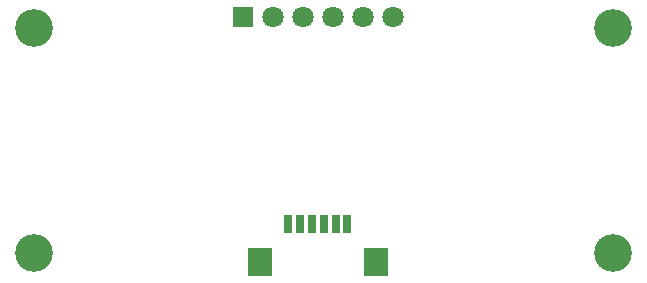
<source format=gbs>
G04*
G04 #@! TF.GenerationSoftware,Altium Limited,Altium Designer,23.8.1 (32)*
G04*
G04 Layer_Color=16711935*
%FSLAX44Y44*%
%MOMM*%
G71*
G04*
G04 #@! TF.SameCoordinates,EFFE2BD2-F133-4116-8B31-CAA5E5CF1D5D*
G04*
G04*
G04 #@! TF.FilePolarity,Negative*
G04*
G01*
G75*
%ADD16C,1.8032*%
%ADD17R,1.8032X1.8032*%
%ADD18C,3.2032*%
%ADD25R,0.8032X1.5032*%
%ADD26R,2.0032X2.4032*%
D16*
X308100Y229351D02*
D03*
X282700D02*
D03*
X333500D02*
D03*
X257300D02*
D03*
X231900D02*
D03*
D17*
X206500D02*
D03*
D18*
X520000Y30000D02*
D03*
Y220000D02*
D03*
X30000D02*
D03*
Y30000D02*
D03*
D25*
X295000Y54541D02*
D03*
X285000D02*
D03*
X275000D02*
D03*
X255000D02*
D03*
X265000D02*
D03*
X245000D02*
D03*
D26*
X319000Y22041D02*
D03*
X221000D02*
D03*
M02*

</source>
